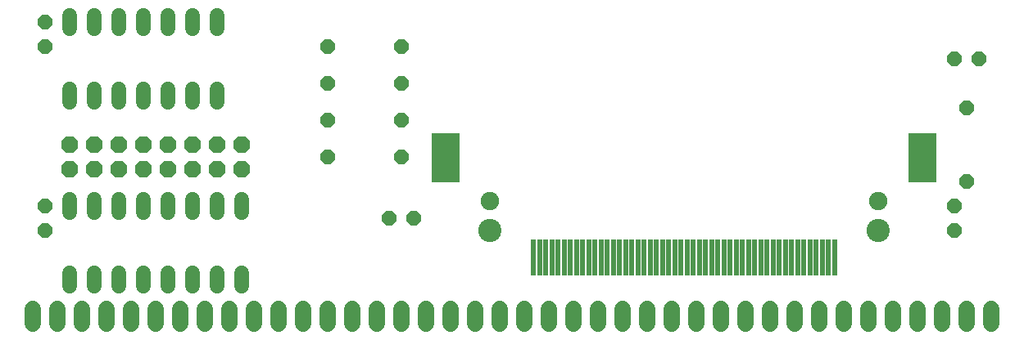
<source format=gts>
G75*
%MOIN*%
%OFA0B0*%
%FSLAX24Y24*%
%IPPOS*%
%LPD*%
%AMOC8*
5,1,8,0,0,1.08239X$1,22.5*
%
%ADD10C,0.0680*%
%ADD11OC8,0.0600*%
%ADD12C,0.0600*%
%ADD13OC8,0.0680*%
%ADD14R,0.0237X0.1458*%
%ADD15R,0.1122X0.1988*%
%ADD16C,0.0749*%
%ADD17C,0.0946*%
D10*
X000600Y000800D02*
X000600Y001400D01*
X001600Y001400D02*
X001600Y000800D01*
X002600Y000800D02*
X002600Y001400D01*
X003600Y001400D02*
X003600Y000800D01*
X004600Y000800D02*
X004600Y001400D01*
X005600Y001400D02*
X005600Y000800D01*
X006600Y000800D02*
X006600Y001400D01*
X007600Y001400D02*
X007600Y000800D01*
X008600Y000800D02*
X008600Y001400D01*
X009600Y001400D02*
X009600Y000800D01*
X010600Y000800D02*
X010600Y001400D01*
X011600Y001400D02*
X011600Y000800D01*
X012600Y000800D02*
X012600Y001400D01*
X013600Y001400D02*
X013600Y000800D01*
X014600Y000800D02*
X014600Y001400D01*
X015600Y001400D02*
X015600Y000800D01*
X016600Y000800D02*
X016600Y001400D01*
X017600Y001400D02*
X017600Y000800D01*
X018600Y000800D02*
X018600Y001400D01*
X019600Y001400D02*
X019600Y000800D01*
X020600Y000800D02*
X020600Y001400D01*
X021600Y001400D02*
X021600Y000800D01*
X022600Y000800D02*
X022600Y001400D01*
X023600Y001400D02*
X023600Y000800D01*
X024600Y000800D02*
X024600Y001400D01*
X025600Y001400D02*
X025600Y000800D01*
X026600Y000800D02*
X026600Y001400D01*
X027600Y001400D02*
X027600Y000800D01*
X028600Y000800D02*
X028600Y001400D01*
X029600Y001400D02*
X029600Y000800D01*
X030600Y000800D02*
X030600Y001400D01*
X031600Y001400D02*
X031600Y000800D01*
X032600Y000800D02*
X032600Y001400D01*
X033600Y001400D02*
X033600Y000800D01*
X034600Y000800D02*
X034600Y001400D01*
X035600Y001400D02*
X035600Y000800D01*
X036600Y000800D02*
X036600Y001400D01*
X037600Y001400D02*
X037600Y000800D01*
X038600Y000800D02*
X038600Y001400D01*
X039600Y001400D02*
X039600Y000800D01*
D11*
X038100Y004600D03*
X038100Y005600D03*
X038600Y006600D03*
X038600Y009600D03*
X038100Y011600D03*
X039100Y011600D03*
X016100Y005100D03*
X015100Y005100D03*
X015600Y007600D03*
X012600Y007600D03*
X012600Y009100D03*
X015600Y009100D03*
X015600Y010600D03*
X012600Y010600D03*
X012600Y012100D03*
X015600Y012100D03*
X001100Y012100D03*
X001100Y013100D03*
X001100Y005600D03*
X001100Y004600D03*
D12*
X002100Y005340D02*
X002100Y005860D01*
X003100Y005860D02*
X003100Y005340D01*
X004100Y005340D02*
X004100Y005860D01*
X005100Y005860D02*
X005100Y005340D01*
X006100Y005340D02*
X006100Y005860D01*
X007100Y005860D02*
X007100Y005340D01*
X008100Y005340D02*
X008100Y005860D01*
X009100Y005860D02*
X009100Y005340D01*
X009100Y002860D02*
X009100Y002340D01*
X008100Y002340D02*
X008100Y002860D01*
X007100Y002860D02*
X007100Y002340D01*
X006100Y002340D02*
X006100Y002860D01*
X005100Y002860D02*
X005100Y002340D01*
X004100Y002340D02*
X004100Y002860D01*
X003100Y002860D02*
X003100Y002340D01*
X002100Y002340D02*
X002100Y002860D01*
X002100Y009840D02*
X002100Y010360D01*
X003100Y010360D02*
X003100Y009840D01*
X004100Y009840D02*
X004100Y010360D01*
X005100Y010360D02*
X005100Y009840D01*
X006100Y009840D02*
X006100Y010360D01*
X007100Y010360D02*
X007100Y009840D01*
X008100Y009840D02*
X008100Y010360D01*
X008100Y012840D02*
X008100Y013360D01*
X007100Y013360D02*
X007100Y012840D01*
X006100Y012840D02*
X006100Y013360D01*
X005100Y013360D02*
X005100Y012840D01*
X004100Y012840D02*
X004100Y013360D01*
X003100Y013360D02*
X003100Y012840D01*
X002100Y012840D02*
X002100Y013360D01*
D13*
X002100Y008100D03*
X003100Y008100D03*
X004100Y008100D03*
X005100Y008100D03*
X006100Y008100D03*
X007100Y008100D03*
X008100Y008100D03*
X009100Y008100D03*
X009100Y007100D03*
X008100Y007100D03*
X007100Y007100D03*
X006100Y007100D03*
X005100Y007100D03*
X004100Y007100D03*
X003100Y007100D03*
X002100Y007100D03*
D14*
X020975Y003494D03*
X021225Y003494D03*
X021475Y003494D03*
X021725Y003494D03*
X021975Y003494D03*
X022225Y003494D03*
X022475Y003494D03*
X022725Y003494D03*
X022975Y003494D03*
X023225Y003494D03*
X023475Y003494D03*
X023725Y003494D03*
X023975Y003494D03*
X024225Y003494D03*
X024475Y003494D03*
X024725Y003494D03*
X024975Y003494D03*
X025225Y003494D03*
X025475Y003494D03*
X025725Y003494D03*
X025975Y003494D03*
X026225Y003494D03*
X026475Y003494D03*
X026725Y003494D03*
X026975Y003494D03*
X027225Y003494D03*
X027475Y003494D03*
X027725Y003494D03*
X027975Y003494D03*
X028225Y003494D03*
X028475Y003494D03*
X028725Y003494D03*
X028975Y003494D03*
X029225Y003494D03*
X029475Y003494D03*
X029725Y003494D03*
X029975Y003494D03*
X030225Y003494D03*
X030475Y003494D03*
X030725Y003494D03*
X030975Y003494D03*
X031225Y003494D03*
X031475Y003494D03*
X031725Y003494D03*
X031975Y003494D03*
X032225Y003494D03*
X032475Y003494D03*
X032725Y003494D03*
X032975Y003494D03*
X033225Y003494D03*
D15*
X036785Y007563D03*
X017415Y007572D03*
D16*
X019194Y005781D03*
X035006Y005781D03*
D17*
X035006Y004600D03*
X019194Y004600D03*
M02*

</source>
